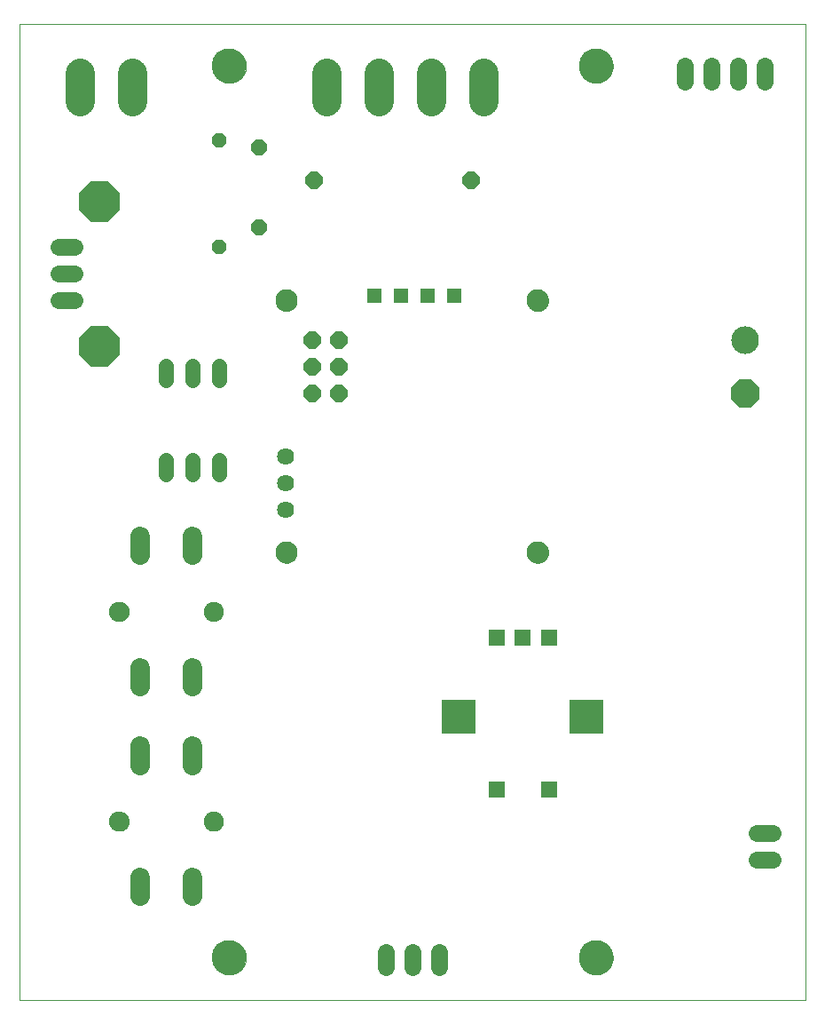
<source format=gbs>
G75*
%MOIN*%
%OFA0B0*%
%FSLAX25Y25*%
%IPPOS*%
%LPD*%
%AMOC8*
5,1,8,0,0,1.08239X$1,22.5*
%
%ADD10C,0.00000*%
%ADD11OC8,0.06400*%
%ADD12OC8,0.06000*%
%ADD13C,0.10400*%
%ADD14OC8,0.10400*%
%ADD15C,0.06337*%
%ADD16C,0.05600*%
%ADD17OC8,0.05600*%
%ADD18R,0.06337X0.06337*%
%ADD19R,0.13061X0.13061*%
%ADD20C,0.06400*%
%ADD21C,0.12998*%
%ADD22R,0.05550X0.05550*%
%ADD23C,0.08274*%
%ADD24C,0.07450*%
%ADD25C,0.07500*%
%ADD26C,0.06400*%
%ADD27C,0.11030*%
%ADD28OC8,0.15400*%
D10*
X0001600Y0001600D02*
X0001600Y0367742D01*
X0296876Y0367742D01*
X0296876Y0001600D01*
X0001600Y0001600D01*
X0035468Y0068529D02*
X0035470Y0068648D01*
X0035476Y0068766D01*
X0035486Y0068884D01*
X0035500Y0069002D01*
X0035517Y0069119D01*
X0035539Y0069236D01*
X0035565Y0069352D01*
X0035594Y0069467D01*
X0035627Y0069581D01*
X0035664Y0069693D01*
X0035705Y0069805D01*
X0035750Y0069915D01*
X0035798Y0070023D01*
X0035850Y0070130D01*
X0035905Y0070235D01*
X0035964Y0070338D01*
X0036026Y0070439D01*
X0036091Y0070538D01*
X0036160Y0070635D01*
X0036232Y0070729D01*
X0036307Y0070821D01*
X0036385Y0070910D01*
X0036466Y0070997D01*
X0036550Y0071081D01*
X0036637Y0071162D01*
X0036726Y0071240D01*
X0036818Y0071315D01*
X0036912Y0071387D01*
X0037009Y0071456D01*
X0037108Y0071521D01*
X0037209Y0071583D01*
X0037312Y0071642D01*
X0037417Y0071697D01*
X0037524Y0071749D01*
X0037632Y0071797D01*
X0037742Y0071842D01*
X0037854Y0071883D01*
X0037966Y0071920D01*
X0038080Y0071953D01*
X0038195Y0071982D01*
X0038311Y0072008D01*
X0038428Y0072030D01*
X0038545Y0072047D01*
X0038663Y0072061D01*
X0038781Y0072071D01*
X0038899Y0072077D01*
X0039018Y0072079D01*
X0039137Y0072077D01*
X0039255Y0072071D01*
X0039373Y0072061D01*
X0039491Y0072047D01*
X0039608Y0072030D01*
X0039725Y0072008D01*
X0039841Y0071982D01*
X0039956Y0071953D01*
X0040070Y0071920D01*
X0040182Y0071883D01*
X0040294Y0071842D01*
X0040404Y0071797D01*
X0040512Y0071749D01*
X0040619Y0071697D01*
X0040724Y0071642D01*
X0040827Y0071583D01*
X0040928Y0071521D01*
X0041027Y0071456D01*
X0041124Y0071387D01*
X0041218Y0071315D01*
X0041310Y0071240D01*
X0041399Y0071162D01*
X0041486Y0071081D01*
X0041570Y0070997D01*
X0041651Y0070910D01*
X0041729Y0070821D01*
X0041804Y0070729D01*
X0041876Y0070635D01*
X0041945Y0070538D01*
X0042010Y0070439D01*
X0042072Y0070338D01*
X0042131Y0070235D01*
X0042186Y0070130D01*
X0042238Y0070023D01*
X0042286Y0069915D01*
X0042331Y0069805D01*
X0042372Y0069693D01*
X0042409Y0069581D01*
X0042442Y0069467D01*
X0042471Y0069352D01*
X0042497Y0069236D01*
X0042519Y0069119D01*
X0042536Y0069002D01*
X0042550Y0068884D01*
X0042560Y0068766D01*
X0042566Y0068648D01*
X0042568Y0068529D01*
X0042566Y0068410D01*
X0042560Y0068292D01*
X0042550Y0068174D01*
X0042536Y0068056D01*
X0042519Y0067939D01*
X0042497Y0067822D01*
X0042471Y0067706D01*
X0042442Y0067591D01*
X0042409Y0067477D01*
X0042372Y0067365D01*
X0042331Y0067253D01*
X0042286Y0067143D01*
X0042238Y0067035D01*
X0042186Y0066928D01*
X0042131Y0066823D01*
X0042072Y0066720D01*
X0042010Y0066619D01*
X0041945Y0066520D01*
X0041876Y0066423D01*
X0041804Y0066329D01*
X0041729Y0066237D01*
X0041651Y0066148D01*
X0041570Y0066061D01*
X0041486Y0065977D01*
X0041399Y0065896D01*
X0041310Y0065818D01*
X0041218Y0065743D01*
X0041124Y0065671D01*
X0041027Y0065602D01*
X0040928Y0065537D01*
X0040827Y0065475D01*
X0040724Y0065416D01*
X0040619Y0065361D01*
X0040512Y0065309D01*
X0040404Y0065261D01*
X0040294Y0065216D01*
X0040182Y0065175D01*
X0040070Y0065138D01*
X0039956Y0065105D01*
X0039841Y0065076D01*
X0039725Y0065050D01*
X0039608Y0065028D01*
X0039491Y0065011D01*
X0039373Y0064997D01*
X0039255Y0064987D01*
X0039137Y0064981D01*
X0039018Y0064979D01*
X0038899Y0064981D01*
X0038781Y0064987D01*
X0038663Y0064997D01*
X0038545Y0065011D01*
X0038428Y0065028D01*
X0038311Y0065050D01*
X0038195Y0065076D01*
X0038080Y0065105D01*
X0037966Y0065138D01*
X0037854Y0065175D01*
X0037742Y0065216D01*
X0037632Y0065261D01*
X0037524Y0065309D01*
X0037417Y0065361D01*
X0037312Y0065416D01*
X0037209Y0065475D01*
X0037108Y0065537D01*
X0037009Y0065602D01*
X0036912Y0065671D01*
X0036818Y0065743D01*
X0036726Y0065818D01*
X0036637Y0065896D01*
X0036550Y0065977D01*
X0036466Y0066061D01*
X0036385Y0066148D01*
X0036307Y0066237D01*
X0036232Y0066329D01*
X0036160Y0066423D01*
X0036091Y0066520D01*
X0036026Y0066619D01*
X0035964Y0066720D01*
X0035905Y0066823D01*
X0035850Y0066928D01*
X0035798Y0067035D01*
X0035750Y0067143D01*
X0035705Y0067253D01*
X0035664Y0067365D01*
X0035627Y0067477D01*
X0035594Y0067591D01*
X0035565Y0067706D01*
X0035539Y0067822D01*
X0035517Y0067939D01*
X0035500Y0068056D01*
X0035486Y0068174D01*
X0035476Y0068292D01*
X0035470Y0068410D01*
X0035468Y0068529D01*
X0070868Y0068529D02*
X0070870Y0068648D01*
X0070876Y0068766D01*
X0070886Y0068884D01*
X0070900Y0069002D01*
X0070917Y0069119D01*
X0070939Y0069236D01*
X0070965Y0069352D01*
X0070994Y0069467D01*
X0071027Y0069581D01*
X0071064Y0069693D01*
X0071105Y0069805D01*
X0071150Y0069915D01*
X0071198Y0070023D01*
X0071250Y0070130D01*
X0071305Y0070235D01*
X0071364Y0070338D01*
X0071426Y0070439D01*
X0071491Y0070538D01*
X0071560Y0070635D01*
X0071632Y0070729D01*
X0071707Y0070821D01*
X0071785Y0070910D01*
X0071866Y0070997D01*
X0071950Y0071081D01*
X0072037Y0071162D01*
X0072126Y0071240D01*
X0072218Y0071315D01*
X0072312Y0071387D01*
X0072409Y0071456D01*
X0072508Y0071521D01*
X0072609Y0071583D01*
X0072712Y0071642D01*
X0072817Y0071697D01*
X0072924Y0071749D01*
X0073032Y0071797D01*
X0073142Y0071842D01*
X0073254Y0071883D01*
X0073366Y0071920D01*
X0073480Y0071953D01*
X0073595Y0071982D01*
X0073711Y0072008D01*
X0073828Y0072030D01*
X0073945Y0072047D01*
X0074063Y0072061D01*
X0074181Y0072071D01*
X0074299Y0072077D01*
X0074418Y0072079D01*
X0074537Y0072077D01*
X0074655Y0072071D01*
X0074773Y0072061D01*
X0074891Y0072047D01*
X0075008Y0072030D01*
X0075125Y0072008D01*
X0075241Y0071982D01*
X0075356Y0071953D01*
X0075470Y0071920D01*
X0075582Y0071883D01*
X0075694Y0071842D01*
X0075804Y0071797D01*
X0075912Y0071749D01*
X0076019Y0071697D01*
X0076124Y0071642D01*
X0076227Y0071583D01*
X0076328Y0071521D01*
X0076427Y0071456D01*
X0076524Y0071387D01*
X0076618Y0071315D01*
X0076710Y0071240D01*
X0076799Y0071162D01*
X0076886Y0071081D01*
X0076970Y0070997D01*
X0077051Y0070910D01*
X0077129Y0070821D01*
X0077204Y0070729D01*
X0077276Y0070635D01*
X0077345Y0070538D01*
X0077410Y0070439D01*
X0077472Y0070338D01*
X0077531Y0070235D01*
X0077586Y0070130D01*
X0077638Y0070023D01*
X0077686Y0069915D01*
X0077731Y0069805D01*
X0077772Y0069693D01*
X0077809Y0069581D01*
X0077842Y0069467D01*
X0077871Y0069352D01*
X0077897Y0069236D01*
X0077919Y0069119D01*
X0077936Y0069002D01*
X0077950Y0068884D01*
X0077960Y0068766D01*
X0077966Y0068648D01*
X0077968Y0068529D01*
X0077966Y0068410D01*
X0077960Y0068292D01*
X0077950Y0068174D01*
X0077936Y0068056D01*
X0077919Y0067939D01*
X0077897Y0067822D01*
X0077871Y0067706D01*
X0077842Y0067591D01*
X0077809Y0067477D01*
X0077772Y0067365D01*
X0077731Y0067253D01*
X0077686Y0067143D01*
X0077638Y0067035D01*
X0077586Y0066928D01*
X0077531Y0066823D01*
X0077472Y0066720D01*
X0077410Y0066619D01*
X0077345Y0066520D01*
X0077276Y0066423D01*
X0077204Y0066329D01*
X0077129Y0066237D01*
X0077051Y0066148D01*
X0076970Y0066061D01*
X0076886Y0065977D01*
X0076799Y0065896D01*
X0076710Y0065818D01*
X0076618Y0065743D01*
X0076524Y0065671D01*
X0076427Y0065602D01*
X0076328Y0065537D01*
X0076227Y0065475D01*
X0076124Y0065416D01*
X0076019Y0065361D01*
X0075912Y0065309D01*
X0075804Y0065261D01*
X0075694Y0065216D01*
X0075582Y0065175D01*
X0075470Y0065138D01*
X0075356Y0065105D01*
X0075241Y0065076D01*
X0075125Y0065050D01*
X0075008Y0065028D01*
X0074891Y0065011D01*
X0074773Y0064997D01*
X0074655Y0064987D01*
X0074537Y0064981D01*
X0074418Y0064979D01*
X0074299Y0064981D01*
X0074181Y0064987D01*
X0074063Y0064997D01*
X0073945Y0065011D01*
X0073828Y0065028D01*
X0073711Y0065050D01*
X0073595Y0065076D01*
X0073480Y0065105D01*
X0073366Y0065138D01*
X0073254Y0065175D01*
X0073142Y0065216D01*
X0073032Y0065261D01*
X0072924Y0065309D01*
X0072817Y0065361D01*
X0072712Y0065416D01*
X0072609Y0065475D01*
X0072508Y0065537D01*
X0072409Y0065602D01*
X0072312Y0065671D01*
X0072218Y0065743D01*
X0072126Y0065818D01*
X0072037Y0065896D01*
X0071950Y0065977D01*
X0071866Y0066061D01*
X0071785Y0066148D01*
X0071707Y0066237D01*
X0071632Y0066329D01*
X0071560Y0066423D01*
X0071491Y0066520D01*
X0071426Y0066619D01*
X0071364Y0066720D01*
X0071305Y0066823D01*
X0071250Y0066928D01*
X0071198Y0067035D01*
X0071150Y0067143D01*
X0071105Y0067253D01*
X0071064Y0067365D01*
X0071027Y0067477D01*
X0070994Y0067591D01*
X0070965Y0067706D01*
X0070939Y0067822D01*
X0070917Y0067939D01*
X0070900Y0068056D01*
X0070886Y0068174D01*
X0070876Y0068292D01*
X0070870Y0068410D01*
X0070868Y0068529D01*
X0074041Y0017348D02*
X0074043Y0017506D01*
X0074049Y0017664D01*
X0074059Y0017822D01*
X0074073Y0017980D01*
X0074091Y0018137D01*
X0074112Y0018294D01*
X0074138Y0018450D01*
X0074168Y0018606D01*
X0074201Y0018761D01*
X0074239Y0018914D01*
X0074280Y0019067D01*
X0074325Y0019219D01*
X0074374Y0019370D01*
X0074427Y0019519D01*
X0074483Y0019667D01*
X0074543Y0019813D01*
X0074607Y0019958D01*
X0074675Y0020101D01*
X0074746Y0020243D01*
X0074820Y0020383D01*
X0074898Y0020520D01*
X0074980Y0020656D01*
X0075064Y0020790D01*
X0075153Y0020921D01*
X0075244Y0021050D01*
X0075339Y0021177D01*
X0075436Y0021302D01*
X0075537Y0021424D01*
X0075641Y0021543D01*
X0075748Y0021660D01*
X0075858Y0021774D01*
X0075971Y0021885D01*
X0076086Y0021994D01*
X0076204Y0022099D01*
X0076325Y0022201D01*
X0076448Y0022301D01*
X0076574Y0022397D01*
X0076702Y0022490D01*
X0076832Y0022580D01*
X0076965Y0022666D01*
X0077100Y0022750D01*
X0077236Y0022829D01*
X0077375Y0022906D01*
X0077516Y0022978D01*
X0077658Y0023048D01*
X0077802Y0023113D01*
X0077948Y0023175D01*
X0078095Y0023233D01*
X0078244Y0023288D01*
X0078394Y0023339D01*
X0078545Y0023386D01*
X0078697Y0023429D01*
X0078850Y0023468D01*
X0079005Y0023504D01*
X0079160Y0023535D01*
X0079316Y0023563D01*
X0079472Y0023587D01*
X0079629Y0023607D01*
X0079787Y0023623D01*
X0079944Y0023635D01*
X0080103Y0023643D01*
X0080261Y0023647D01*
X0080419Y0023647D01*
X0080577Y0023643D01*
X0080736Y0023635D01*
X0080893Y0023623D01*
X0081051Y0023607D01*
X0081208Y0023587D01*
X0081364Y0023563D01*
X0081520Y0023535D01*
X0081675Y0023504D01*
X0081830Y0023468D01*
X0081983Y0023429D01*
X0082135Y0023386D01*
X0082286Y0023339D01*
X0082436Y0023288D01*
X0082585Y0023233D01*
X0082732Y0023175D01*
X0082878Y0023113D01*
X0083022Y0023048D01*
X0083164Y0022978D01*
X0083305Y0022906D01*
X0083444Y0022829D01*
X0083580Y0022750D01*
X0083715Y0022666D01*
X0083848Y0022580D01*
X0083978Y0022490D01*
X0084106Y0022397D01*
X0084232Y0022301D01*
X0084355Y0022201D01*
X0084476Y0022099D01*
X0084594Y0021994D01*
X0084709Y0021885D01*
X0084822Y0021774D01*
X0084932Y0021660D01*
X0085039Y0021543D01*
X0085143Y0021424D01*
X0085244Y0021302D01*
X0085341Y0021177D01*
X0085436Y0021050D01*
X0085527Y0020921D01*
X0085616Y0020790D01*
X0085700Y0020656D01*
X0085782Y0020520D01*
X0085860Y0020383D01*
X0085934Y0020243D01*
X0086005Y0020101D01*
X0086073Y0019958D01*
X0086137Y0019813D01*
X0086197Y0019667D01*
X0086253Y0019519D01*
X0086306Y0019370D01*
X0086355Y0019219D01*
X0086400Y0019067D01*
X0086441Y0018914D01*
X0086479Y0018761D01*
X0086512Y0018606D01*
X0086542Y0018450D01*
X0086568Y0018294D01*
X0086589Y0018137D01*
X0086607Y0017980D01*
X0086621Y0017822D01*
X0086631Y0017664D01*
X0086637Y0017506D01*
X0086639Y0017348D01*
X0086637Y0017190D01*
X0086631Y0017032D01*
X0086621Y0016874D01*
X0086607Y0016716D01*
X0086589Y0016559D01*
X0086568Y0016402D01*
X0086542Y0016246D01*
X0086512Y0016090D01*
X0086479Y0015935D01*
X0086441Y0015782D01*
X0086400Y0015629D01*
X0086355Y0015477D01*
X0086306Y0015326D01*
X0086253Y0015177D01*
X0086197Y0015029D01*
X0086137Y0014883D01*
X0086073Y0014738D01*
X0086005Y0014595D01*
X0085934Y0014453D01*
X0085860Y0014313D01*
X0085782Y0014176D01*
X0085700Y0014040D01*
X0085616Y0013906D01*
X0085527Y0013775D01*
X0085436Y0013646D01*
X0085341Y0013519D01*
X0085244Y0013394D01*
X0085143Y0013272D01*
X0085039Y0013153D01*
X0084932Y0013036D01*
X0084822Y0012922D01*
X0084709Y0012811D01*
X0084594Y0012702D01*
X0084476Y0012597D01*
X0084355Y0012495D01*
X0084232Y0012395D01*
X0084106Y0012299D01*
X0083978Y0012206D01*
X0083848Y0012116D01*
X0083715Y0012030D01*
X0083580Y0011946D01*
X0083444Y0011867D01*
X0083305Y0011790D01*
X0083164Y0011718D01*
X0083022Y0011648D01*
X0082878Y0011583D01*
X0082732Y0011521D01*
X0082585Y0011463D01*
X0082436Y0011408D01*
X0082286Y0011357D01*
X0082135Y0011310D01*
X0081983Y0011267D01*
X0081830Y0011228D01*
X0081675Y0011192D01*
X0081520Y0011161D01*
X0081364Y0011133D01*
X0081208Y0011109D01*
X0081051Y0011089D01*
X0080893Y0011073D01*
X0080736Y0011061D01*
X0080577Y0011053D01*
X0080419Y0011049D01*
X0080261Y0011049D01*
X0080103Y0011053D01*
X0079944Y0011061D01*
X0079787Y0011073D01*
X0079629Y0011089D01*
X0079472Y0011109D01*
X0079316Y0011133D01*
X0079160Y0011161D01*
X0079005Y0011192D01*
X0078850Y0011228D01*
X0078697Y0011267D01*
X0078545Y0011310D01*
X0078394Y0011357D01*
X0078244Y0011408D01*
X0078095Y0011463D01*
X0077948Y0011521D01*
X0077802Y0011583D01*
X0077658Y0011648D01*
X0077516Y0011718D01*
X0077375Y0011790D01*
X0077236Y0011867D01*
X0077100Y0011946D01*
X0076965Y0012030D01*
X0076832Y0012116D01*
X0076702Y0012206D01*
X0076574Y0012299D01*
X0076448Y0012395D01*
X0076325Y0012495D01*
X0076204Y0012597D01*
X0076086Y0012702D01*
X0075971Y0012811D01*
X0075858Y0012922D01*
X0075748Y0013036D01*
X0075641Y0013153D01*
X0075537Y0013272D01*
X0075436Y0013394D01*
X0075339Y0013519D01*
X0075244Y0013646D01*
X0075153Y0013775D01*
X0075064Y0013906D01*
X0074980Y0014040D01*
X0074898Y0014176D01*
X0074820Y0014313D01*
X0074746Y0014453D01*
X0074675Y0014595D01*
X0074607Y0014738D01*
X0074543Y0014883D01*
X0074483Y0015029D01*
X0074427Y0015177D01*
X0074374Y0015326D01*
X0074325Y0015477D01*
X0074280Y0015629D01*
X0074239Y0015782D01*
X0074201Y0015935D01*
X0074168Y0016090D01*
X0074138Y0016246D01*
X0074112Y0016402D01*
X0074091Y0016559D01*
X0074073Y0016716D01*
X0074059Y0016874D01*
X0074049Y0017032D01*
X0074043Y0017190D01*
X0074041Y0017348D01*
X0070868Y0147269D02*
X0070870Y0147388D01*
X0070876Y0147506D01*
X0070886Y0147624D01*
X0070900Y0147742D01*
X0070917Y0147859D01*
X0070939Y0147976D01*
X0070965Y0148092D01*
X0070994Y0148207D01*
X0071027Y0148321D01*
X0071064Y0148433D01*
X0071105Y0148545D01*
X0071150Y0148655D01*
X0071198Y0148763D01*
X0071250Y0148870D01*
X0071305Y0148975D01*
X0071364Y0149078D01*
X0071426Y0149179D01*
X0071491Y0149278D01*
X0071560Y0149375D01*
X0071632Y0149469D01*
X0071707Y0149561D01*
X0071785Y0149650D01*
X0071866Y0149737D01*
X0071950Y0149821D01*
X0072037Y0149902D01*
X0072126Y0149980D01*
X0072218Y0150055D01*
X0072312Y0150127D01*
X0072409Y0150196D01*
X0072508Y0150261D01*
X0072609Y0150323D01*
X0072712Y0150382D01*
X0072817Y0150437D01*
X0072924Y0150489D01*
X0073032Y0150537D01*
X0073142Y0150582D01*
X0073254Y0150623D01*
X0073366Y0150660D01*
X0073480Y0150693D01*
X0073595Y0150722D01*
X0073711Y0150748D01*
X0073828Y0150770D01*
X0073945Y0150787D01*
X0074063Y0150801D01*
X0074181Y0150811D01*
X0074299Y0150817D01*
X0074418Y0150819D01*
X0074537Y0150817D01*
X0074655Y0150811D01*
X0074773Y0150801D01*
X0074891Y0150787D01*
X0075008Y0150770D01*
X0075125Y0150748D01*
X0075241Y0150722D01*
X0075356Y0150693D01*
X0075470Y0150660D01*
X0075582Y0150623D01*
X0075694Y0150582D01*
X0075804Y0150537D01*
X0075912Y0150489D01*
X0076019Y0150437D01*
X0076124Y0150382D01*
X0076227Y0150323D01*
X0076328Y0150261D01*
X0076427Y0150196D01*
X0076524Y0150127D01*
X0076618Y0150055D01*
X0076710Y0149980D01*
X0076799Y0149902D01*
X0076886Y0149821D01*
X0076970Y0149737D01*
X0077051Y0149650D01*
X0077129Y0149561D01*
X0077204Y0149469D01*
X0077276Y0149375D01*
X0077345Y0149278D01*
X0077410Y0149179D01*
X0077472Y0149078D01*
X0077531Y0148975D01*
X0077586Y0148870D01*
X0077638Y0148763D01*
X0077686Y0148655D01*
X0077731Y0148545D01*
X0077772Y0148433D01*
X0077809Y0148321D01*
X0077842Y0148207D01*
X0077871Y0148092D01*
X0077897Y0147976D01*
X0077919Y0147859D01*
X0077936Y0147742D01*
X0077950Y0147624D01*
X0077960Y0147506D01*
X0077966Y0147388D01*
X0077968Y0147269D01*
X0077966Y0147150D01*
X0077960Y0147032D01*
X0077950Y0146914D01*
X0077936Y0146796D01*
X0077919Y0146679D01*
X0077897Y0146562D01*
X0077871Y0146446D01*
X0077842Y0146331D01*
X0077809Y0146217D01*
X0077772Y0146105D01*
X0077731Y0145993D01*
X0077686Y0145883D01*
X0077638Y0145775D01*
X0077586Y0145668D01*
X0077531Y0145563D01*
X0077472Y0145460D01*
X0077410Y0145359D01*
X0077345Y0145260D01*
X0077276Y0145163D01*
X0077204Y0145069D01*
X0077129Y0144977D01*
X0077051Y0144888D01*
X0076970Y0144801D01*
X0076886Y0144717D01*
X0076799Y0144636D01*
X0076710Y0144558D01*
X0076618Y0144483D01*
X0076524Y0144411D01*
X0076427Y0144342D01*
X0076328Y0144277D01*
X0076227Y0144215D01*
X0076124Y0144156D01*
X0076019Y0144101D01*
X0075912Y0144049D01*
X0075804Y0144001D01*
X0075694Y0143956D01*
X0075582Y0143915D01*
X0075470Y0143878D01*
X0075356Y0143845D01*
X0075241Y0143816D01*
X0075125Y0143790D01*
X0075008Y0143768D01*
X0074891Y0143751D01*
X0074773Y0143737D01*
X0074655Y0143727D01*
X0074537Y0143721D01*
X0074418Y0143719D01*
X0074299Y0143721D01*
X0074181Y0143727D01*
X0074063Y0143737D01*
X0073945Y0143751D01*
X0073828Y0143768D01*
X0073711Y0143790D01*
X0073595Y0143816D01*
X0073480Y0143845D01*
X0073366Y0143878D01*
X0073254Y0143915D01*
X0073142Y0143956D01*
X0073032Y0144001D01*
X0072924Y0144049D01*
X0072817Y0144101D01*
X0072712Y0144156D01*
X0072609Y0144215D01*
X0072508Y0144277D01*
X0072409Y0144342D01*
X0072312Y0144411D01*
X0072218Y0144483D01*
X0072126Y0144558D01*
X0072037Y0144636D01*
X0071950Y0144717D01*
X0071866Y0144801D01*
X0071785Y0144888D01*
X0071707Y0144977D01*
X0071632Y0145069D01*
X0071560Y0145163D01*
X0071491Y0145260D01*
X0071426Y0145359D01*
X0071364Y0145460D01*
X0071305Y0145563D01*
X0071250Y0145668D01*
X0071198Y0145775D01*
X0071150Y0145883D01*
X0071105Y0145993D01*
X0071064Y0146105D01*
X0071027Y0146217D01*
X0070994Y0146331D01*
X0070965Y0146446D01*
X0070939Y0146562D01*
X0070917Y0146679D01*
X0070900Y0146796D01*
X0070886Y0146914D01*
X0070876Y0147032D01*
X0070870Y0147150D01*
X0070868Y0147269D01*
X0035468Y0147269D02*
X0035470Y0147388D01*
X0035476Y0147506D01*
X0035486Y0147624D01*
X0035500Y0147742D01*
X0035517Y0147859D01*
X0035539Y0147976D01*
X0035565Y0148092D01*
X0035594Y0148207D01*
X0035627Y0148321D01*
X0035664Y0148433D01*
X0035705Y0148545D01*
X0035750Y0148655D01*
X0035798Y0148763D01*
X0035850Y0148870D01*
X0035905Y0148975D01*
X0035964Y0149078D01*
X0036026Y0149179D01*
X0036091Y0149278D01*
X0036160Y0149375D01*
X0036232Y0149469D01*
X0036307Y0149561D01*
X0036385Y0149650D01*
X0036466Y0149737D01*
X0036550Y0149821D01*
X0036637Y0149902D01*
X0036726Y0149980D01*
X0036818Y0150055D01*
X0036912Y0150127D01*
X0037009Y0150196D01*
X0037108Y0150261D01*
X0037209Y0150323D01*
X0037312Y0150382D01*
X0037417Y0150437D01*
X0037524Y0150489D01*
X0037632Y0150537D01*
X0037742Y0150582D01*
X0037854Y0150623D01*
X0037966Y0150660D01*
X0038080Y0150693D01*
X0038195Y0150722D01*
X0038311Y0150748D01*
X0038428Y0150770D01*
X0038545Y0150787D01*
X0038663Y0150801D01*
X0038781Y0150811D01*
X0038899Y0150817D01*
X0039018Y0150819D01*
X0039137Y0150817D01*
X0039255Y0150811D01*
X0039373Y0150801D01*
X0039491Y0150787D01*
X0039608Y0150770D01*
X0039725Y0150748D01*
X0039841Y0150722D01*
X0039956Y0150693D01*
X0040070Y0150660D01*
X0040182Y0150623D01*
X0040294Y0150582D01*
X0040404Y0150537D01*
X0040512Y0150489D01*
X0040619Y0150437D01*
X0040724Y0150382D01*
X0040827Y0150323D01*
X0040928Y0150261D01*
X0041027Y0150196D01*
X0041124Y0150127D01*
X0041218Y0150055D01*
X0041310Y0149980D01*
X0041399Y0149902D01*
X0041486Y0149821D01*
X0041570Y0149737D01*
X0041651Y0149650D01*
X0041729Y0149561D01*
X0041804Y0149469D01*
X0041876Y0149375D01*
X0041945Y0149278D01*
X0042010Y0149179D01*
X0042072Y0149078D01*
X0042131Y0148975D01*
X0042186Y0148870D01*
X0042238Y0148763D01*
X0042286Y0148655D01*
X0042331Y0148545D01*
X0042372Y0148433D01*
X0042409Y0148321D01*
X0042442Y0148207D01*
X0042471Y0148092D01*
X0042497Y0147976D01*
X0042519Y0147859D01*
X0042536Y0147742D01*
X0042550Y0147624D01*
X0042560Y0147506D01*
X0042566Y0147388D01*
X0042568Y0147269D01*
X0042566Y0147150D01*
X0042560Y0147032D01*
X0042550Y0146914D01*
X0042536Y0146796D01*
X0042519Y0146679D01*
X0042497Y0146562D01*
X0042471Y0146446D01*
X0042442Y0146331D01*
X0042409Y0146217D01*
X0042372Y0146105D01*
X0042331Y0145993D01*
X0042286Y0145883D01*
X0042238Y0145775D01*
X0042186Y0145668D01*
X0042131Y0145563D01*
X0042072Y0145460D01*
X0042010Y0145359D01*
X0041945Y0145260D01*
X0041876Y0145163D01*
X0041804Y0145069D01*
X0041729Y0144977D01*
X0041651Y0144888D01*
X0041570Y0144801D01*
X0041486Y0144717D01*
X0041399Y0144636D01*
X0041310Y0144558D01*
X0041218Y0144483D01*
X0041124Y0144411D01*
X0041027Y0144342D01*
X0040928Y0144277D01*
X0040827Y0144215D01*
X0040724Y0144156D01*
X0040619Y0144101D01*
X0040512Y0144049D01*
X0040404Y0144001D01*
X0040294Y0143956D01*
X0040182Y0143915D01*
X0040070Y0143878D01*
X0039956Y0143845D01*
X0039841Y0143816D01*
X0039725Y0143790D01*
X0039608Y0143768D01*
X0039491Y0143751D01*
X0039373Y0143737D01*
X0039255Y0143727D01*
X0039137Y0143721D01*
X0039018Y0143719D01*
X0038899Y0143721D01*
X0038781Y0143727D01*
X0038663Y0143737D01*
X0038545Y0143751D01*
X0038428Y0143768D01*
X0038311Y0143790D01*
X0038195Y0143816D01*
X0038080Y0143845D01*
X0037966Y0143878D01*
X0037854Y0143915D01*
X0037742Y0143956D01*
X0037632Y0144001D01*
X0037524Y0144049D01*
X0037417Y0144101D01*
X0037312Y0144156D01*
X0037209Y0144215D01*
X0037108Y0144277D01*
X0037009Y0144342D01*
X0036912Y0144411D01*
X0036818Y0144483D01*
X0036726Y0144558D01*
X0036637Y0144636D01*
X0036550Y0144717D01*
X0036466Y0144801D01*
X0036385Y0144888D01*
X0036307Y0144977D01*
X0036232Y0145069D01*
X0036160Y0145163D01*
X0036091Y0145260D01*
X0036026Y0145359D01*
X0035964Y0145460D01*
X0035905Y0145563D01*
X0035850Y0145668D01*
X0035798Y0145775D01*
X0035750Y0145883D01*
X0035705Y0145993D01*
X0035664Y0146105D01*
X0035627Y0146217D01*
X0035594Y0146331D01*
X0035565Y0146446D01*
X0035539Y0146562D01*
X0035517Y0146679D01*
X0035500Y0146796D01*
X0035486Y0146914D01*
X0035476Y0147032D01*
X0035470Y0147150D01*
X0035468Y0147269D01*
X0097801Y0169474D02*
X0097803Y0169599D01*
X0097809Y0169724D01*
X0097819Y0169848D01*
X0097833Y0169972D01*
X0097850Y0170096D01*
X0097872Y0170219D01*
X0097898Y0170341D01*
X0097927Y0170463D01*
X0097960Y0170583D01*
X0097998Y0170702D01*
X0098038Y0170821D01*
X0098083Y0170937D01*
X0098131Y0171052D01*
X0098183Y0171166D01*
X0098239Y0171278D01*
X0098298Y0171388D01*
X0098360Y0171496D01*
X0098426Y0171603D01*
X0098495Y0171707D01*
X0098568Y0171808D01*
X0098643Y0171908D01*
X0098722Y0172005D01*
X0098804Y0172099D01*
X0098889Y0172191D01*
X0098976Y0172280D01*
X0099067Y0172366D01*
X0099160Y0172449D01*
X0099256Y0172530D01*
X0099354Y0172607D01*
X0099454Y0172681D01*
X0099557Y0172752D01*
X0099662Y0172819D01*
X0099770Y0172884D01*
X0099879Y0172944D01*
X0099990Y0173002D01*
X0100103Y0173055D01*
X0100217Y0173105D01*
X0100333Y0173152D01*
X0100450Y0173194D01*
X0100569Y0173233D01*
X0100689Y0173269D01*
X0100810Y0173300D01*
X0100932Y0173328D01*
X0101054Y0173351D01*
X0101178Y0173371D01*
X0101302Y0173387D01*
X0101426Y0173399D01*
X0101551Y0173407D01*
X0101676Y0173411D01*
X0101800Y0173411D01*
X0101925Y0173407D01*
X0102050Y0173399D01*
X0102174Y0173387D01*
X0102298Y0173371D01*
X0102422Y0173351D01*
X0102544Y0173328D01*
X0102666Y0173300D01*
X0102787Y0173269D01*
X0102907Y0173233D01*
X0103026Y0173194D01*
X0103143Y0173152D01*
X0103259Y0173105D01*
X0103373Y0173055D01*
X0103486Y0173002D01*
X0103597Y0172944D01*
X0103707Y0172884D01*
X0103814Y0172819D01*
X0103919Y0172752D01*
X0104022Y0172681D01*
X0104122Y0172607D01*
X0104220Y0172530D01*
X0104316Y0172449D01*
X0104409Y0172366D01*
X0104500Y0172280D01*
X0104587Y0172191D01*
X0104672Y0172099D01*
X0104754Y0172005D01*
X0104833Y0171908D01*
X0104908Y0171808D01*
X0104981Y0171707D01*
X0105050Y0171603D01*
X0105116Y0171496D01*
X0105178Y0171388D01*
X0105237Y0171278D01*
X0105293Y0171166D01*
X0105345Y0171052D01*
X0105393Y0170937D01*
X0105438Y0170821D01*
X0105478Y0170702D01*
X0105516Y0170583D01*
X0105549Y0170463D01*
X0105578Y0170341D01*
X0105604Y0170219D01*
X0105626Y0170096D01*
X0105643Y0169972D01*
X0105657Y0169848D01*
X0105667Y0169724D01*
X0105673Y0169599D01*
X0105675Y0169474D01*
X0105673Y0169349D01*
X0105667Y0169224D01*
X0105657Y0169100D01*
X0105643Y0168976D01*
X0105626Y0168852D01*
X0105604Y0168729D01*
X0105578Y0168607D01*
X0105549Y0168485D01*
X0105516Y0168365D01*
X0105478Y0168246D01*
X0105438Y0168127D01*
X0105393Y0168011D01*
X0105345Y0167896D01*
X0105293Y0167782D01*
X0105237Y0167670D01*
X0105178Y0167560D01*
X0105116Y0167452D01*
X0105050Y0167345D01*
X0104981Y0167241D01*
X0104908Y0167140D01*
X0104833Y0167040D01*
X0104754Y0166943D01*
X0104672Y0166849D01*
X0104587Y0166757D01*
X0104500Y0166668D01*
X0104409Y0166582D01*
X0104316Y0166499D01*
X0104220Y0166418D01*
X0104122Y0166341D01*
X0104022Y0166267D01*
X0103919Y0166196D01*
X0103814Y0166129D01*
X0103706Y0166064D01*
X0103597Y0166004D01*
X0103486Y0165946D01*
X0103373Y0165893D01*
X0103259Y0165843D01*
X0103143Y0165796D01*
X0103026Y0165754D01*
X0102907Y0165715D01*
X0102787Y0165679D01*
X0102666Y0165648D01*
X0102544Y0165620D01*
X0102422Y0165597D01*
X0102298Y0165577D01*
X0102174Y0165561D01*
X0102050Y0165549D01*
X0101925Y0165541D01*
X0101800Y0165537D01*
X0101676Y0165537D01*
X0101551Y0165541D01*
X0101426Y0165549D01*
X0101302Y0165561D01*
X0101178Y0165577D01*
X0101054Y0165597D01*
X0100932Y0165620D01*
X0100810Y0165648D01*
X0100689Y0165679D01*
X0100569Y0165715D01*
X0100450Y0165754D01*
X0100333Y0165796D01*
X0100217Y0165843D01*
X0100103Y0165893D01*
X0099990Y0165946D01*
X0099879Y0166004D01*
X0099769Y0166064D01*
X0099662Y0166129D01*
X0099557Y0166196D01*
X0099454Y0166267D01*
X0099354Y0166341D01*
X0099256Y0166418D01*
X0099160Y0166499D01*
X0099067Y0166582D01*
X0098976Y0166668D01*
X0098889Y0166757D01*
X0098804Y0166849D01*
X0098722Y0166943D01*
X0098643Y0167040D01*
X0098568Y0167140D01*
X0098495Y0167241D01*
X0098426Y0167345D01*
X0098360Y0167452D01*
X0098298Y0167560D01*
X0098239Y0167670D01*
X0098183Y0167782D01*
X0098131Y0167896D01*
X0098083Y0168011D01*
X0098038Y0168127D01*
X0097998Y0168246D01*
X0097960Y0168365D01*
X0097927Y0168485D01*
X0097898Y0168607D01*
X0097872Y0168729D01*
X0097850Y0168852D01*
X0097833Y0168976D01*
X0097819Y0169100D01*
X0097809Y0169224D01*
X0097803Y0169349D01*
X0097801Y0169474D01*
X0097801Y0263962D02*
X0097803Y0264087D01*
X0097809Y0264212D01*
X0097819Y0264336D01*
X0097833Y0264460D01*
X0097850Y0264584D01*
X0097872Y0264707D01*
X0097898Y0264829D01*
X0097927Y0264951D01*
X0097960Y0265071D01*
X0097998Y0265190D01*
X0098038Y0265309D01*
X0098083Y0265425D01*
X0098131Y0265540D01*
X0098183Y0265654D01*
X0098239Y0265766D01*
X0098298Y0265876D01*
X0098360Y0265984D01*
X0098426Y0266091D01*
X0098495Y0266195D01*
X0098568Y0266296D01*
X0098643Y0266396D01*
X0098722Y0266493D01*
X0098804Y0266587D01*
X0098889Y0266679D01*
X0098976Y0266768D01*
X0099067Y0266854D01*
X0099160Y0266937D01*
X0099256Y0267018D01*
X0099354Y0267095D01*
X0099454Y0267169D01*
X0099557Y0267240D01*
X0099662Y0267307D01*
X0099770Y0267372D01*
X0099879Y0267432D01*
X0099990Y0267490D01*
X0100103Y0267543D01*
X0100217Y0267593D01*
X0100333Y0267640D01*
X0100450Y0267682D01*
X0100569Y0267721D01*
X0100689Y0267757D01*
X0100810Y0267788D01*
X0100932Y0267816D01*
X0101054Y0267839D01*
X0101178Y0267859D01*
X0101302Y0267875D01*
X0101426Y0267887D01*
X0101551Y0267895D01*
X0101676Y0267899D01*
X0101800Y0267899D01*
X0101925Y0267895D01*
X0102050Y0267887D01*
X0102174Y0267875D01*
X0102298Y0267859D01*
X0102422Y0267839D01*
X0102544Y0267816D01*
X0102666Y0267788D01*
X0102787Y0267757D01*
X0102907Y0267721D01*
X0103026Y0267682D01*
X0103143Y0267640D01*
X0103259Y0267593D01*
X0103373Y0267543D01*
X0103486Y0267490D01*
X0103597Y0267432D01*
X0103707Y0267372D01*
X0103814Y0267307D01*
X0103919Y0267240D01*
X0104022Y0267169D01*
X0104122Y0267095D01*
X0104220Y0267018D01*
X0104316Y0266937D01*
X0104409Y0266854D01*
X0104500Y0266768D01*
X0104587Y0266679D01*
X0104672Y0266587D01*
X0104754Y0266493D01*
X0104833Y0266396D01*
X0104908Y0266296D01*
X0104981Y0266195D01*
X0105050Y0266091D01*
X0105116Y0265984D01*
X0105178Y0265876D01*
X0105237Y0265766D01*
X0105293Y0265654D01*
X0105345Y0265540D01*
X0105393Y0265425D01*
X0105438Y0265309D01*
X0105478Y0265190D01*
X0105516Y0265071D01*
X0105549Y0264951D01*
X0105578Y0264829D01*
X0105604Y0264707D01*
X0105626Y0264584D01*
X0105643Y0264460D01*
X0105657Y0264336D01*
X0105667Y0264212D01*
X0105673Y0264087D01*
X0105675Y0263962D01*
X0105673Y0263837D01*
X0105667Y0263712D01*
X0105657Y0263588D01*
X0105643Y0263464D01*
X0105626Y0263340D01*
X0105604Y0263217D01*
X0105578Y0263095D01*
X0105549Y0262973D01*
X0105516Y0262853D01*
X0105478Y0262734D01*
X0105438Y0262615D01*
X0105393Y0262499D01*
X0105345Y0262384D01*
X0105293Y0262270D01*
X0105237Y0262158D01*
X0105178Y0262048D01*
X0105116Y0261940D01*
X0105050Y0261833D01*
X0104981Y0261729D01*
X0104908Y0261628D01*
X0104833Y0261528D01*
X0104754Y0261431D01*
X0104672Y0261337D01*
X0104587Y0261245D01*
X0104500Y0261156D01*
X0104409Y0261070D01*
X0104316Y0260987D01*
X0104220Y0260906D01*
X0104122Y0260829D01*
X0104022Y0260755D01*
X0103919Y0260684D01*
X0103814Y0260617D01*
X0103706Y0260552D01*
X0103597Y0260492D01*
X0103486Y0260434D01*
X0103373Y0260381D01*
X0103259Y0260331D01*
X0103143Y0260284D01*
X0103026Y0260242D01*
X0102907Y0260203D01*
X0102787Y0260167D01*
X0102666Y0260136D01*
X0102544Y0260108D01*
X0102422Y0260085D01*
X0102298Y0260065D01*
X0102174Y0260049D01*
X0102050Y0260037D01*
X0101925Y0260029D01*
X0101800Y0260025D01*
X0101676Y0260025D01*
X0101551Y0260029D01*
X0101426Y0260037D01*
X0101302Y0260049D01*
X0101178Y0260065D01*
X0101054Y0260085D01*
X0100932Y0260108D01*
X0100810Y0260136D01*
X0100689Y0260167D01*
X0100569Y0260203D01*
X0100450Y0260242D01*
X0100333Y0260284D01*
X0100217Y0260331D01*
X0100103Y0260381D01*
X0099990Y0260434D01*
X0099879Y0260492D01*
X0099769Y0260552D01*
X0099662Y0260617D01*
X0099557Y0260684D01*
X0099454Y0260755D01*
X0099354Y0260829D01*
X0099256Y0260906D01*
X0099160Y0260987D01*
X0099067Y0261070D01*
X0098976Y0261156D01*
X0098889Y0261245D01*
X0098804Y0261337D01*
X0098722Y0261431D01*
X0098643Y0261528D01*
X0098568Y0261628D01*
X0098495Y0261729D01*
X0098426Y0261833D01*
X0098360Y0261940D01*
X0098298Y0262048D01*
X0098239Y0262158D01*
X0098183Y0262270D01*
X0098131Y0262384D01*
X0098083Y0262499D01*
X0098038Y0262615D01*
X0097998Y0262734D01*
X0097960Y0262853D01*
X0097927Y0262973D01*
X0097898Y0263095D01*
X0097872Y0263217D01*
X0097850Y0263340D01*
X0097833Y0263464D01*
X0097819Y0263588D01*
X0097809Y0263712D01*
X0097803Y0263837D01*
X0097801Y0263962D01*
X0074041Y0351994D02*
X0074043Y0352152D01*
X0074049Y0352310D01*
X0074059Y0352468D01*
X0074073Y0352626D01*
X0074091Y0352783D01*
X0074112Y0352940D01*
X0074138Y0353096D01*
X0074168Y0353252D01*
X0074201Y0353407D01*
X0074239Y0353560D01*
X0074280Y0353713D01*
X0074325Y0353865D01*
X0074374Y0354016D01*
X0074427Y0354165D01*
X0074483Y0354313D01*
X0074543Y0354459D01*
X0074607Y0354604D01*
X0074675Y0354747D01*
X0074746Y0354889D01*
X0074820Y0355029D01*
X0074898Y0355166D01*
X0074980Y0355302D01*
X0075064Y0355436D01*
X0075153Y0355567D01*
X0075244Y0355696D01*
X0075339Y0355823D01*
X0075436Y0355948D01*
X0075537Y0356070D01*
X0075641Y0356189D01*
X0075748Y0356306D01*
X0075858Y0356420D01*
X0075971Y0356531D01*
X0076086Y0356640D01*
X0076204Y0356745D01*
X0076325Y0356847D01*
X0076448Y0356947D01*
X0076574Y0357043D01*
X0076702Y0357136D01*
X0076832Y0357226D01*
X0076965Y0357312D01*
X0077100Y0357396D01*
X0077236Y0357475D01*
X0077375Y0357552D01*
X0077516Y0357624D01*
X0077658Y0357694D01*
X0077802Y0357759D01*
X0077948Y0357821D01*
X0078095Y0357879D01*
X0078244Y0357934D01*
X0078394Y0357985D01*
X0078545Y0358032D01*
X0078697Y0358075D01*
X0078850Y0358114D01*
X0079005Y0358150D01*
X0079160Y0358181D01*
X0079316Y0358209D01*
X0079472Y0358233D01*
X0079629Y0358253D01*
X0079787Y0358269D01*
X0079944Y0358281D01*
X0080103Y0358289D01*
X0080261Y0358293D01*
X0080419Y0358293D01*
X0080577Y0358289D01*
X0080736Y0358281D01*
X0080893Y0358269D01*
X0081051Y0358253D01*
X0081208Y0358233D01*
X0081364Y0358209D01*
X0081520Y0358181D01*
X0081675Y0358150D01*
X0081830Y0358114D01*
X0081983Y0358075D01*
X0082135Y0358032D01*
X0082286Y0357985D01*
X0082436Y0357934D01*
X0082585Y0357879D01*
X0082732Y0357821D01*
X0082878Y0357759D01*
X0083022Y0357694D01*
X0083164Y0357624D01*
X0083305Y0357552D01*
X0083444Y0357475D01*
X0083580Y0357396D01*
X0083715Y0357312D01*
X0083848Y0357226D01*
X0083978Y0357136D01*
X0084106Y0357043D01*
X0084232Y0356947D01*
X0084355Y0356847D01*
X0084476Y0356745D01*
X0084594Y0356640D01*
X0084709Y0356531D01*
X0084822Y0356420D01*
X0084932Y0356306D01*
X0085039Y0356189D01*
X0085143Y0356070D01*
X0085244Y0355948D01*
X0085341Y0355823D01*
X0085436Y0355696D01*
X0085527Y0355567D01*
X0085616Y0355436D01*
X0085700Y0355302D01*
X0085782Y0355166D01*
X0085860Y0355029D01*
X0085934Y0354889D01*
X0086005Y0354747D01*
X0086073Y0354604D01*
X0086137Y0354459D01*
X0086197Y0354313D01*
X0086253Y0354165D01*
X0086306Y0354016D01*
X0086355Y0353865D01*
X0086400Y0353713D01*
X0086441Y0353560D01*
X0086479Y0353407D01*
X0086512Y0353252D01*
X0086542Y0353096D01*
X0086568Y0352940D01*
X0086589Y0352783D01*
X0086607Y0352626D01*
X0086621Y0352468D01*
X0086631Y0352310D01*
X0086637Y0352152D01*
X0086639Y0351994D01*
X0086637Y0351836D01*
X0086631Y0351678D01*
X0086621Y0351520D01*
X0086607Y0351362D01*
X0086589Y0351205D01*
X0086568Y0351048D01*
X0086542Y0350892D01*
X0086512Y0350736D01*
X0086479Y0350581D01*
X0086441Y0350428D01*
X0086400Y0350275D01*
X0086355Y0350123D01*
X0086306Y0349972D01*
X0086253Y0349823D01*
X0086197Y0349675D01*
X0086137Y0349529D01*
X0086073Y0349384D01*
X0086005Y0349241D01*
X0085934Y0349099D01*
X0085860Y0348959D01*
X0085782Y0348822D01*
X0085700Y0348686D01*
X0085616Y0348552D01*
X0085527Y0348421D01*
X0085436Y0348292D01*
X0085341Y0348165D01*
X0085244Y0348040D01*
X0085143Y0347918D01*
X0085039Y0347799D01*
X0084932Y0347682D01*
X0084822Y0347568D01*
X0084709Y0347457D01*
X0084594Y0347348D01*
X0084476Y0347243D01*
X0084355Y0347141D01*
X0084232Y0347041D01*
X0084106Y0346945D01*
X0083978Y0346852D01*
X0083848Y0346762D01*
X0083715Y0346676D01*
X0083580Y0346592D01*
X0083444Y0346513D01*
X0083305Y0346436D01*
X0083164Y0346364D01*
X0083022Y0346294D01*
X0082878Y0346229D01*
X0082732Y0346167D01*
X0082585Y0346109D01*
X0082436Y0346054D01*
X0082286Y0346003D01*
X0082135Y0345956D01*
X0081983Y0345913D01*
X0081830Y0345874D01*
X0081675Y0345838D01*
X0081520Y0345807D01*
X0081364Y0345779D01*
X0081208Y0345755D01*
X0081051Y0345735D01*
X0080893Y0345719D01*
X0080736Y0345707D01*
X0080577Y0345699D01*
X0080419Y0345695D01*
X0080261Y0345695D01*
X0080103Y0345699D01*
X0079944Y0345707D01*
X0079787Y0345719D01*
X0079629Y0345735D01*
X0079472Y0345755D01*
X0079316Y0345779D01*
X0079160Y0345807D01*
X0079005Y0345838D01*
X0078850Y0345874D01*
X0078697Y0345913D01*
X0078545Y0345956D01*
X0078394Y0346003D01*
X0078244Y0346054D01*
X0078095Y0346109D01*
X0077948Y0346167D01*
X0077802Y0346229D01*
X0077658Y0346294D01*
X0077516Y0346364D01*
X0077375Y0346436D01*
X0077236Y0346513D01*
X0077100Y0346592D01*
X0076965Y0346676D01*
X0076832Y0346762D01*
X0076702Y0346852D01*
X0076574Y0346945D01*
X0076448Y0347041D01*
X0076325Y0347141D01*
X0076204Y0347243D01*
X0076086Y0347348D01*
X0075971Y0347457D01*
X0075858Y0347568D01*
X0075748Y0347682D01*
X0075641Y0347799D01*
X0075537Y0347918D01*
X0075436Y0348040D01*
X0075339Y0348165D01*
X0075244Y0348292D01*
X0075153Y0348421D01*
X0075064Y0348552D01*
X0074980Y0348686D01*
X0074898Y0348822D01*
X0074820Y0348959D01*
X0074746Y0349099D01*
X0074675Y0349241D01*
X0074607Y0349384D01*
X0074543Y0349529D01*
X0074483Y0349675D01*
X0074427Y0349823D01*
X0074374Y0349972D01*
X0074325Y0350123D01*
X0074280Y0350275D01*
X0074239Y0350428D01*
X0074201Y0350581D01*
X0074168Y0350736D01*
X0074138Y0350892D01*
X0074112Y0351048D01*
X0074091Y0351205D01*
X0074073Y0351362D01*
X0074059Y0351520D01*
X0074049Y0351678D01*
X0074043Y0351836D01*
X0074041Y0351994D01*
X0192289Y0263962D02*
X0192291Y0264087D01*
X0192297Y0264212D01*
X0192307Y0264336D01*
X0192321Y0264460D01*
X0192338Y0264584D01*
X0192360Y0264707D01*
X0192386Y0264829D01*
X0192415Y0264951D01*
X0192448Y0265071D01*
X0192486Y0265190D01*
X0192526Y0265309D01*
X0192571Y0265425D01*
X0192619Y0265540D01*
X0192671Y0265654D01*
X0192727Y0265766D01*
X0192786Y0265876D01*
X0192848Y0265984D01*
X0192914Y0266091D01*
X0192983Y0266195D01*
X0193056Y0266296D01*
X0193131Y0266396D01*
X0193210Y0266493D01*
X0193292Y0266587D01*
X0193377Y0266679D01*
X0193464Y0266768D01*
X0193555Y0266854D01*
X0193648Y0266937D01*
X0193744Y0267018D01*
X0193842Y0267095D01*
X0193942Y0267169D01*
X0194045Y0267240D01*
X0194150Y0267307D01*
X0194258Y0267372D01*
X0194367Y0267432D01*
X0194478Y0267490D01*
X0194591Y0267543D01*
X0194705Y0267593D01*
X0194821Y0267640D01*
X0194938Y0267682D01*
X0195057Y0267721D01*
X0195177Y0267757D01*
X0195298Y0267788D01*
X0195420Y0267816D01*
X0195542Y0267839D01*
X0195666Y0267859D01*
X0195790Y0267875D01*
X0195914Y0267887D01*
X0196039Y0267895D01*
X0196164Y0267899D01*
X0196288Y0267899D01*
X0196413Y0267895D01*
X0196538Y0267887D01*
X0196662Y0267875D01*
X0196786Y0267859D01*
X0196910Y0267839D01*
X0197032Y0267816D01*
X0197154Y0267788D01*
X0197275Y0267757D01*
X0197395Y0267721D01*
X0197514Y0267682D01*
X0197631Y0267640D01*
X0197747Y0267593D01*
X0197861Y0267543D01*
X0197974Y0267490D01*
X0198085Y0267432D01*
X0198195Y0267372D01*
X0198302Y0267307D01*
X0198407Y0267240D01*
X0198510Y0267169D01*
X0198610Y0267095D01*
X0198708Y0267018D01*
X0198804Y0266937D01*
X0198897Y0266854D01*
X0198988Y0266768D01*
X0199075Y0266679D01*
X0199160Y0266587D01*
X0199242Y0266493D01*
X0199321Y0266396D01*
X0199396Y0266296D01*
X0199469Y0266195D01*
X0199538Y0266091D01*
X0199604Y0265984D01*
X0199666Y0265876D01*
X0199725Y0265766D01*
X0199781Y0265654D01*
X0199833Y0265540D01*
X0199881Y0265425D01*
X0199926Y0265309D01*
X0199966Y0265190D01*
X0200004Y0265071D01*
X0200037Y0264951D01*
X0200066Y0264829D01*
X0200092Y0264707D01*
X0200114Y0264584D01*
X0200131Y0264460D01*
X0200145Y0264336D01*
X0200155Y0264212D01*
X0200161Y0264087D01*
X0200163Y0263962D01*
X0200161Y0263837D01*
X0200155Y0263712D01*
X0200145Y0263588D01*
X0200131Y0263464D01*
X0200114Y0263340D01*
X0200092Y0263217D01*
X0200066Y0263095D01*
X0200037Y0262973D01*
X0200004Y0262853D01*
X0199966Y0262734D01*
X0199926Y0262615D01*
X0199881Y0262499D01*
X0199833Y0262384D01*
X0199781Y0262270D01*
X0199725Y0262158D01*
X0199666Y0262048D01*
X0199604Y0261940D01*
X0199538Y0261833D01*
X0199469Y0261729D01*
X0199396Y0261628D01*
X0199321Y0261528D01*
X0199242Y0261431D01*
X0199160Y0261337D01*
X0199075Y0261245D01*
X0198988Y0261156D01*
X0198897Y0261070D01*
X0198804Y0260987D01*
X0198708Y0260906D01*
X0198610Y0260829D01*
X0198510Y0260755D01*
X0198407Y0260684D01*
X0198302Y0260617D01*
X0198194Y0260552D01*
X0198085Y0260492D01*
X0197974Y0260434D01*
X0197861Y0260381D01*
X0197747Y0260331D01*
X0197631Y0260284D01*
X0197514Y0260242D01*
X0197395Y0260203D01*
X0197275Y0260167D01*
X0197154Y0260136D01*
X0197032Y0260108D01*
X0196910Y0260085D01*
X0196786Y0260065D01*
X0196662Y0260049D01*
X0196538Y0260037D01*
X0196413Y0260029D01*
X0196288Y0260025D01*
X0196164Y0260025D01*
X0196039Y0260029D01*
X0195914Y0260037D01*
X0195790Y0260049D01*
X0195666Y0260065D01*
X0195542Y0260085D01*
X0195420Y0260108D01*
X0195298Y0260136D01*
X0195177Y0260167D01*
X0195057Y0260203D01*
X0194938Y0260242D01*
X0194821Y0260284D01*
X0194705Y0260331D01*
X0194591Y0260381D01*
X0194478Y0260434D01*
X0194367Y0260492D01*
X0194257Y0260552D01*
X0194150Y0260617D01*
X0194045Y0260684D01*
X0193942Y0260755D01*
X0193842Y0260829D01*
X0193744Y0260906D01*
X0193648Y0260987D01*
X0193555Y0261070D01*
X0193464Y0261156D01*
X0193377Y0261245D01*
X0193292Y0261337D01*
X0193210Y0261431D01*
X0193131Y0261528D01*
X0193056Y0261628D01*
X0192983Y0261729D01*
X0192914Y0261833D01*
X0192848Y0261940D01*
X0192786Y0262048D01*
X0192727Y0262158D01*
X0192671Y0262270D01*
X0192619Y0262384D01*
X0192571Y0262499D01*
X0192526Y0262615D01*
X0192486Y0262734D01*
X0192448Y0262853D01*
X0192415Y0262973D01*
X0192386Y0263095D01*
X0192360Y0263217D01*
X0192338Y0263340D01*
X0192321Y0263464D01*
X0192307Y0263588D01*
X0192297Y0263712D01*
X0192291Y0263837D01*
X0192289Y0263962D01*
X0211836Y0351994D02*
X0211838Y0352152D01*
X0211844Y0352310D01*
X0211854Y0352468D01*
X0211868Y0352626D01*
X0211886Y0352783D01*
X0211907Y0352940D01*
X0211933Y0353096D01*
X0211963Y0353252D01*
X0211996Y0353407D01*
X0212034Y0353560D01*
X0212075Y0353713D01*
X0212120Y0353865D01*
X0212169Y0354016D01*
X0212222Y0354165D01*
X0212278Y0354313D01*
X0212338Y0354459D01*
X0212402Y0354604D01*
X0212470Y0354747D01*
X0212541Y0354889D01*
X0212615Y0355029D01*
X0212693Y0355166D01*
X0212775Y0355302D01*
X0212859Y0355436D01*
X0212948Y0355567D01*
X0213039Y0355696D01*
X0213134Y0355823D01*
X0213231Y0355948D01*
X0213332Y0356070D01*
X0213436Y0356189D01*
X0213543Y0356306D01*
X0213653Y0356420D01*
X0213766Y0356531D01*
X0213881Y0356640D01*
X0213999Y0356745D01*
X0214120Y0356847D01*
X0214243Y0356947D01*
X0214369Y0357043D01*
X0214497Y0357136D01*
X0214627Y0357226D01*
X0214760Y0357312D01*
X0214895Y0357396D01*
X0215031Y0357475D01*
X0215170Y0357552D01*
X0215311Y0357624D01*
X0215453Y0357694D01*
X0215597Y0357759D01*
X0215743Y0357821D01*
X0215890Y0357879D01*
X0216039Y0357934D01*
X0216189Y0357985D01*
X0216340Y0358032D01*
X0216492Y0358075D01*
X0216645Y0358114D01*
X0216800Y0358150D01*
X0216955Y0358181D01*
X0217111Y0358209D01*
X0217267Y0358233D01*
X0217424Y0358253D01*
X0217582Y0358269D01*
X0217739Y0358281D01*
X0217898Y0358289D01*
X0218056Y0358293D01*
X0218214Y0358293D01*
X0218372Y0358289D01*
X0218531Y0358281D01*
X0218688Y0358269D01*
X0218846Y0358253D01*
X0219003Y0358233D01*
X0219159Y0358209D01*
X0219315Y0358181D01*
X0219470Y0358150D01*
X0219625Y0358114D01*
X0219778Y0358075D01*
X0219930Y0358032D01*
X0220081Y0357985D01*
X0220231Y0357934D01*
X0220380Y0357879D01*
X0220527Y0357821D01*
X0220673Y0357759D01*
X0220817Y0357694D01*
X0220959Y0357624D01*
X0221100Y0357552D01*
X0221239Y0357475D01*
X0221375Y0357396D01*
X0221510Y0357312D01*
X0221643Y0357226D01*
X0221773Y0357136D01*
X0221901Y0357043D01*
X0222027Y0356947D01*
X0222150Y0356847D01*
X0222271Y0356745D01*
X0222389Y0356640D01*
X0222504Y0356531D01*
X0222617Y0356420D01*
X0222727Y0356306D01*
X0222834Y0356189D01*
X0222938Y0356070D01*
X0223039Y0355948D01*
X0223136Y0355823D01*
X0223231Y0355696D01*
X0223322Y0355567D01*
X0223411Y0355436D01*
X0223495Y0355302D01*
X0223577Y0355166D01*
X0223655Y0355029D01*
X0223729Y0354889D01*
X0223800Y0354747D01*
X0223868Y0354604D01*
X0223932Y0354459D01*
X0223992Y0354313D01*
X0224048Y0354165D01*
X0224101Y0354016D01*
X0224150Y0353865D01*
X0224195Y0353713D01*
X0224236Y0353560D01*
X0224274Y0353407D01*
X0224307Y0353252D01*
X0224337Y0353096D01*
X0224363Y0352940D01*
X0224384Y0352783D01*
X0224402Y0352626D01*
X0224416Y0352468D01*
X0224426Y0352310D01*
X0224432Y0352152D01*
X0224434Y0351994D01*
X0224432Y0351836D01*
X0224426Y0351678D01*
X0224416Y0351520D01*
X0224402Y0351362D01*
X0224384Y0351205D01*
X0224363Y0351048D01*
X0224337Y0350892D01*
X0224307Y0350736D01*
X0224274Y0350581D01*
X0224236Y0350428D01*
X0224195Y0350275D01*
X0224150Y0350123D01*
X0224101Y0349972D01*
X0224048Y0349823D01*
X0223992Y0349675D01*
X0223932Y0349529D01*
X0223868Y0349384D01*
X0223800Y0349241D01*
X0223729Y0349099D01*
X0223655Y0348959D01*
X0223577Y0348822D01*
X0223495Y0348686D01*
X0223411Y0348552D01*
X0223322Y0348421D01*
X0223231Y0348292D01*
X0223136Y0348165D01*
X0223039Y0348040D01*
X0222938Y0347918D01*
X0222834Y0347799D01*
X0222727Y0347682D01*
X0222617Y0347568D01*
X0222504Y0347457D01*
X0222389Y0347348D01*
X0222271Y0347243D01*
X0222150Y0347141D01*
X0222027Y0347041D01*
X0221901Y0346945D01*
X0221773Y0346852D01*
X0221643Y0346762D01*
X0221510Y0346676D01*
X0221375Y0346592D01*
X0221239Y0346513D01*
X0221100Y0346436D01*
X0220959Y0346364D01*
X0220817Y0346294D01*
X0220673Y0346229D01*
X0220527Y0346167D01*
X0220380Y0346109D01*
X0220231Y0346054D01*
X0220081Y0346003D01*
X0219930Y0345956D01*
X0219778Y0345913D01*
X0219625Y0345874D01*
X0219470Y0345838D01*
X0219315Y0345807D01*
X0219159Y0345779D01*
X0219003Y0345755D01*
X0218846Y0345735D01*
X0218688Y0345719D01*
X0218531Y0345707D01*
X0218372Y0345699D01*
X0218214Y0345695D01*
X0218056Y0345695D01*
X0217898Y0345699D01*
X0217739Y0345707D01*
X0217582Y0345719D01*
X0217424Y0345735D01*
X0217267Y0345755D01*
X0217111Y0345779D01*
X0216955Y0345807D01*
X0216800Y0345838D01*
X0216645Y0345874D01*
X0216492Y0345913D01*
X0216340Y0345956D01*
X0216189Y0346003D01*
X0216039Y0346054D01*
X0215890Y0346109D01*
X0215743Y0346167D01*
X0215597Y0346229D01*
X0215453Y0346294D01*
X0215311Y0346364D01*
X0215170Y0346436D01*
X0215031Y0346513D01*
X0214895Y0346592D01*
X0214760Y0346676D01*
X0214627Y0346762D01*
X0214497Y0346852D01*
X0214369Y0346945D01*
X0214243Y0347041D01*
X0214120Y0347141D01*
X0213999Y0347243D01*
X0213881Y0347348D01*
X0213766Y0347457D01*
X0213653Y0347568D01*
X0213543Y0347682D01*
X0213436Y0347799D01*
X0213332Y0347918D01*
X0213231Y0348040D01*
X0213134Y0348165D01*
X0213039Y0348292D01*
X0212948Y0348421D01*
X0212859Y0348552D01*
X0212775Y0348686D01*
X0212693Y0348822D01*
X0212615Y0348959D01*
X0212541Y0349099D01*
X0212470Y0349241D01*
X0212402Y0349384D01*
X0212338Y0349529D01*
X0212278Y0349675D01*
X0212222Y0349823D01*
X0212169Y0349972D01*
X0212120Y0350123D01*
X0212075Y0350275D01*
X0212034Y0350428D01*
X0211996Y0350581D01*
X0211963Y0350736D01*
X0211933Y0350892D01*
X0211907Y0351048D01*
X0211886Y0351205D01*
X0211868Y0351362D01*
X0211854Y0351520D01*
X0211844Y0351678D01*
X0211838Y0351836D01*
X0211836Y0351994D01*
X0192289Y0169474D02*
X0192291Y0169599D01*
X0192297Y0169724D01*
X0192307Y0169848D01*
X0192321Y0169972D01*
X0192338Y0170096D01*
X0192360Y0170219D01*
X0192386Y0170341D01*
X0192415Y0170463D01*
X0192448Y0170583D01*
X0192486Y0170702D01*
X0192526Y0170821D01*
X0192571Y0170937D01*
X0192619Y0171052D01*
X0192671Y0171166D01*
X0192727Y0171278D01*
X0192786Y0171388D01*
X0192848Y0171496D01*
X0192914Y0171603D01*
X0192983Y0171707D01*
X0193056Y0171808D01*
X0193131Y0171908D01*
X0193210Y0172005D01*
X0193292Y0172099D01*
X0193377Y0172191D01*
X0193464Y0172280D01*
X0193555Y0172366D01*
X0193648Y0172449D01*
X0193744Y0172530D01*
X0193842Y0172607D01*
X0193942Y0172681D01*
X0194045Y0172752D01*
X0194150Y0172819D01*
X0194258Y0172884D01*
X0194367Y0172944D01*
X0194478Y0173002D01*
X0194591Y0173055D01*
X0194705Y0173105D01*
X0194821Y0173152D01*
X0194938Y0173194D01*
X0195057Y0173233D01*
X0195177Y0173269D01*
X0195298Y0173300D01*
X0195420Y0173328D01*
X0195542Y0173351D01*
X0195666Y0173371D01*
X0195790Y0173387D01*
X0195914Y0173399D01*
X0196039Y0173407D01*
X0196164Y0173411D01*
X0196288Y0173411D01*
X0196413Y0173407D01*
X0196538Y0173399D01*
X0196662Y0173387D01*
X0196786Y0173371D01*
X0196910Y0173351D01*
X0197032Y0173328D01*
X0197154Y0173300D01*
X0197275Y0173269D01*
X0197395Y0173233D01*
X0197514Y0173194D01*
X0197631Y0173152D01*
X0197747Y0173105D01*
X0197861Y0173055D01*
X0197974Y0173002D01*
X0198085Y0172944D01*
X0198195Y0172884D01*
X0198302Y0172819D01*
X0198407Y0172752D01*
X0198510Y0172681D01*
X0198610Y0172607D01*
X0198708Y0172530D01*
X0198804Y0172449D01*
X0198897Y0172366D01*
X0198988Y0172280D01*
X0199075Y0172191D01*
X0199160Y0172099D01*
X0199242Y0172005D01*
X0199321Y0171908D01*
X0199396Y0171808D01*
X0199469Y0171707D01*
X0199538Y0171603D01*
X0199604Y0171496D01*
X0199666Y0171388D01*
X0199725Y0171278D01*
X0199781Y0171166D01*
X0199833Y0171052D01*
X0199881Y0170937D01*
X0199926Y0170821D01*
X0199966Y0170702D01*
X0200004Y0170583D01*
X0200037Y0170463D01*
X0200066Y0170341D01*
X0200092Y0170219D01*
X0200114Y0170096D01*
X0200131Y0169972D01*
X0200145Y0169848D01*
X0200155Y0169724D01*
X0200161Y0169599D01*
X0200163Y0169474D01*
X0200161Y0169349D01*
X0200155Y0169224D01*
X0200145Y0169100D01*
X0200131Y0168976D01*
X0200114Y0168852D01*
X0200092Y0168729D01*
X0200066Y0168607D01*
X0200037Y0168485D01*
X0200004Y0168365D01*
X0199966Y0168246D01*
X0199926Y0168127D01*
X0199881Y0168011D01*
X0199833Y0167896D01*
X0199781Y0167782D01*
X0199725Y0167670D01*
X0199666Y0167560D01*
X0199604Y0167452D01*
X0199538Y0167345D01*
X0199469Y0167241D01*
X0199396Y0167140D01*
X0199321Y0167040D01*
X0199242Y0166943D01*
X0199160Y0166849D01*
X0199075Y0166757D01*
X0198988Y0166668D01*
X0198897Y0166582D01*
X0198804Y0166499D01*
X0198708Y0166418D01*
X0198610Y0166341D01*
X0198510Y0166267D01*
X0198407Y0166196D01*
X0198302Y0166129D01*
X0198194Y0166064D01*
X0198085Y0166004D01*
X0197974Y0165946D01*
X0197861Y0165893D01*
X0197747Y0165843D01*
X0197631Y0165796D01*
X0197514Y0165754D01*
X0197395Y0165715D01*
X0197275Y0165679D01*
X0197154Y0165648D01*
X0197032Y0165620D01*
X0196910Y0165597D01*
X0196786Y0165577D01*
X0196662Y0165561D01*
X0196538Y0165549D01*
X0196413Y0165541D01*
X0196288Y0165537D01*
X0196164Y0165537D01*
X0196039Y0165541D01*
X0195914Y0165549D01*
X0195790Y0165561D01*
X0195666Y0165577D01*
X0195542Y0165597D01*
X0195420Y0165620D01*
X0195298Y0165648D01*
X0195177Y0165679D01*
X0195057Y0165715D01*
X0194938Y0165754D01*
X0194821Y0165796D01*
X0194705Y0165843D01*
X0194591Y0165893D01*
X0194478Y0165946D01*
X0194367Y0166004D01*
X0194257Y0166064D01*
X0194150Y0166129D01*
X0194045Y0166196D01*
X0193942Y0166267D01*
X0193842Y0166341D01*
X0193744Y0166418D01*
X0193648Y0166499D01*
X0193555Y0166582D01*
X0193464Y0166668D01*
X0193377Y0166757D01*
X0193292Y0166849D01*
X0193210Y0166943D01*
X0193131Y0167040D01*
X0193056Y0167140D01*
X0192983Y0167241D01*
X0192914Y0167345D01*
X0192848Y0167452D01*
X0192786Y0167560D01*
X0192727Y0167670D01*
X0192671Y0167782D01*
X0192619Y0167896D01*
X0192571Y0168011D01*
X0192526Y0168127D01*
X0192486Y0168246D01*
X0192448Y0168365D01*
X0192415Y0168485D01*
X0192386Y0168607D01*
X0192360Y0168729D01*
X0192338Y0168852D01*
X0192321Y0168976D01*
X0192307Y0169100D01*
X0192297Y0169224D01*
X0192291Y0169349D01*
X0192289Y0169474D01*
X0211836Y0017348D02*
X0211838Y0017506D01*
X0211844Y0017664D01*
X0211854Y0017822D01*
X0211868Y0017980D01*
X0211886Y0018137D01*
X0211907Y0018294D01*
X0211933Y0018450D01*
X0211963Y0018606D01*
X0211996Y0018761D01*
X0212034Y0018914D01*
X0212075Y0019067D01*
X0212120Y0019219D01*
X0212169Y0019370D01*
X0212222Y0019519D01*
X0212278Y0019667D01*
X0212338Y0019813D01*
X0212402Y0019958D01*
X0212470Y0020101D01*
X0212541Y0020243D01*
X0212615Y0020383D01*
X0212693Y0020520D01*
X0212775Y0020656D01*
X0212859Y0020790D01*
X0212948Y0020921D01*
X0213039Y0021050D01*
X0213134Y0021177D01*
X0213231Y0021302D01*
X0213332Y0021424D01*
X0213436Y0021543D01*
X0213543Y0021660D01*
X0213653Y0021774D01*
X0213766Y0021885D01*
X0213881Y0021994D01*
X0213999Y0022099D01*
X0214120Y0022201D01*
X0214243Y0022301D01*
X0214369Y0022397D01*
X0214497Y0022490D01*
X0214627Y0022580D01*
X0214760Y0022666D01*
X0214895Y0022750D01*
X0215031Y0022829D01*
X0215170Y0022906D01*
X0215311Y0022978D01*
X0215453Y0023048D01*
X0215597Y0023113D01*
X0215743Y0023175D01*
X0215890Y0023233D01*
X0216039Y0023288D01*
X0216189Y0023339D01*
X0216340Y0023386D01*
X0216492Y0023429D01*
X0216645Y0023468D01*
X0216800Y0023504D01*
X0216955Y0023535D01*
X0217111Y0023563D01*
X0217267Y0023587D01*
X0217424Y0023607D01*
X0217582Y0023623D01*
X0217739Y0023635D01*
X0217898Y0023643D01*
X0218056Y0023647D01*
X0218214Y0023647D01*
X0218372Y0023643D01*
X0218531Y0023635D01*
X0218688Y0023623D01*
X0218846Y0023607D01*
X0219003Y0023587D01*
X0219159Y0023563D01*
X0219315Y0023535D01*
X0219470Y0023504D01*
X0219625Y0023468D01*
X0219778Y0023429D01*
X0219930Y0023386D01*
X0220081Y0023339D01*
X0220231Y0023288D01*
X0220380Y0023233D01*
X0220527Y0023175D01*
X0220673Y0023113D01*
X0220817Y0023048D01*
X0220959Y0022978D01*
X0221100Y0022906D01*
X0221239Y0022829D01*
X0221375Y0022750D01*
X0221510Y0022666D01*
X0221643Y0022580D01*
X0221773Y0022490D01*
X0221901Y0022397D01*
X0222027Y0022301D01*
X0222150Y0022201D01*
X0222271Y0022099D01*
X0222389Y0021994D01*
X0222504Y0021885D01*
X0222617Y0021774D01*
X0222727Y0021660D01*
X0222834Y0021543D01*
X0222938Y0021424D01*
X0223039Y0021302D01*
X0223136Y0021177D01*
X0223231Y0021050D01*
X0223322Y0020921D01*
X0223411Y0020790D01*
X0223495Y0020656D01*
X0223577Y0020520D01*
X0223655Y0020383D01*
X0223729Y0020243D01*
X0223800Y0020101D01*
X0223868Y0019958D01*
X0223932Y0019813D01*
X0223992Y0019667D01*
X0224048Y0019519D01*
X0224101Y0019370D01*
X0224150Y0019219D01*
X0224195Y0019067D01*
X0224236Y0018914D01*
X0224274Y0018761D01*
X0224307Y0018606D01*
X0224337Y0018450D01*
X0224363Y0018294D01*
X0224384Y0018137D01*
X0224402Y0017980D01*
X0224416Y0017822D01*
X0224426Y0017664D01*
X0224432Y0017506D01*
X0224434Y0017348D01*
X0224432Y0017190D01*
X0224426Y0017032D01*
X0224416Y0016874D01*
X0224402Y0016716D01*
X0224384Y0016559D01*
X0224363Y0016402D01*
X0224337Y0016246D01*
X0224307Y0016090D01*
X0224274Y0015935D01*
X0224236Y0015782D01*
X0224195Y0015629D01*
X0224150Y0015477D01*
X0224101Y0015326D01*
X0224048Y0015177D01*
X0223992Y0015029D01*
X0223932Y0014883D01*
X0223868Y0014738D01*
X0223800Y0014595D01*
X0223729Y0014453D01*
X0223655Y0014313D01*
X0223577Y0014176D01*
X0223495Y0014040D01*
X0223411Y0013906D01*
X0223322Y0013775D01*
X0223231Y0013646D01*
X0223136Y0013519D01*
X0223039Y0013394D01*
X0222938Y0013272D01*
X0222834Y0013153D01*
X0222727Y0013036D01*
X0222617Y0012922D01*
X0222504Y0012811D01*
X0222389Y0012702D01*
X0222271Y0012597D01*
X0222150Y0012495D01*
X0222027Y0012395D01*
X0221901Y0012299D01*
X0221773Y0012206D01*
X0221643Y0012116D01*
X0221510Y0012030D01*
X0221375Y0011946D01*
X0221239Y0011867D01*
X0221100Y0011790D01*
X0220959Y0011718D01*
X0220817Y0011648D01*
X0220673Y0011583D01*
X0220527Y0011521D01*
X0220380Y0011463D01*
X0220231Y0011408D01*
X0220081Y0011357D01*
X0219930Y0011310D01*
X0219778Y0011267D01*
X0219625Y0011228D01*
X0219470Y0011192D01*
X0219315Y0011161D01*
X0219159Y0011133D01*
X0219003Y0011109D01*
X0218846Y0011089D01*
X0218688Y0011073D01*
X0218531Y0011061D01*
X0218372Y0011053D01*
X0218214Y0011049D01*
X0218056Y0011049D01*
X0217898Y0011053D01*
X0217739Y0011061D01*
X0217582Y0011073D01*
X0217424Y0011089D01*
X0217267Y0011109D01*
X0217111Y0011133D01*
X0216955Y0011161D01*
X0216800Y0011192D01*
X0216645Y0011228D01*
X0216492Y0011267D01*
X0216340Y0011310D01*
X0216189Y0011357D01*
X0216039Y0011408D01*
X0215890Y0011463D01*
X0215743Y0011521D01*
X0215597Y0011583D01*
X0215453Y0011648D01*
X0215311Y0011718D01*
X0215170Y0011790D01*
X0215031Y0011867D01*
X0214895Y0011946D01*
X0214760Y0012030D01*
X0214627Y0012116D01*
X0214497Y0012206D01*
X0214369Y0012299D01*
X0214243Y0012395D01*
X0214120Y0012495D01*
X0213999Y0012597D01*
X0213881Y0012702D01*
X0213766Y0012811D01*
X0213653Y0012922D01*
X0213543Y0013036D01*
X0213436Y0013153D01*
X0213332Y0013272D01*
X0213231Y0013394D01*
X0213134Y0013519D01*
X0213039Y0013646D01*
X0212948Y0013775D01*
X0212859Y0013906D01*
X0212775Y0014040D01*
X0212693Y0014176D01*
X0212615Y0014313D01*
X0212541Y0014453D01*
X0212470Y0014595D01*
X0212402Y0014738D01*
X0212338Y0014883D01*
X0212278Y0015029D01*
X0212222Y0015177D01*
X0212169Y0015326D01*
X0212120Y0015477D01*
X0212075Y0015629D01*
X0212034Y0015782D01*
X0211996Y0015935D01*
X0211963Y0016090D01*
X0211933Y0016246D01*
X0211907Y0016402D01*
X0211886Y0016559D01*
X0211868Y0016716D01*
X0211854Y0016874D01*
X0211844Y0017032D01*
X0211838Y0017190D01*
X0211836Y0017348D01*
D11*
X0121600Y0229100D03*
X0121600Y0239100D03*
X0121600Y0249100D03*
X0111600Y0249100D03*
X0111600Y0239100D03*
X0111600Y0229100D03*
X0112100Y0309100D03*
X0171100Y0309100D03*
D12*
X0091600Y0321600D03*
X0091600Y0291600D03*
D13*
X0274100Y0249100D03*
D14*
X0274100Y0229100D03*
D15*
X0271600Y0346131D02*
X0271600Y0352069D01*
X0281600Y0352069D02*
X0281600Y0346131D01*
X0261600Y0346131D02*
X0261600Y0352069D01*
X0251600Y0352069D02*
X0251600Y0346131D01*
X0278631Y0064100D02*
X0284569Y0064100D01*
X0284569Y0054100D02*
X0278631Y0054100D01*
X0159100Y0019569D02*
X0159100Y0013631D01*
X0149100Y0013631D02*
X0149100Y0019569D01*
X0139100Y0019569D02*
X0139100Y0013631D01*
D16*
X0076600Y0198900D02*
X0076600Y0204100D01*
X0066600Y0204100D02*
X0066600Y0198900D01*
X0056600Y0198900D02*
X0056600Y0204100D01*
X0056600Y0234100D02*
X0056600Y0239300D01*
X0066600Y0239300D02*
X0066600Y0234100D01*
X0076600Y0234100D02*
X0076600Y0239300D01*
D17*
X0076600Y0284100D03*
X0076600Y0324100D03*
D18*
X0180734Y0137427D03*
X0190576Y0137427D03*
X0200419Y0137427D03*
X0200419Y0080340D03*
X0180734Y0080340D03*
D19*
X0166561Y0107899D03*
X0214592Y0107899D03*
D20*
X0022100Y0264100D02*
X0016100Y0264100D01*
X0016100Y0274100D02*
X0022100Y0274100D01*
X0022100Y0284100D02*
X0016100Y0284100D01*
D21*
X0080340Y0351994D03*
X0218135Y0351994D03*
X0218135Y0017348D03*
X0080340Y0017348D03*
D22*
X0134730Y0265931D03*
X0144730Y0265931D03*
X0154730Y0265931D03*
X0164730Y0265931D03*
D23*
X0196226Y0263962D03*
X0196226Y0169474D03*
X0101738Y0169474D03*
X0101738Y0263962D03*
D24*
X0066518Y0175394D02*
X0066518Y0168344D01*
X0046918Y0168344D02*
X0046918Y0175394D01*
X0046918Y0126194D02*
X0046918Y0119144D01*
X0046918Y0096654D02*
X0046918Y0089604D01*
X0066518Y0089604D02*
X0066518Y0096654D01*
X0066518Y0119144D02*
X0066518Y0126194D01*
X0066518Y0047454D02*
X0066518Y0040404D01*
X0046918Y0040404D02*
X0046918Y0047454D01*
D25*
X0039018Y0068529D03*
X0074418Y0068529D03*
X0074418Y0147269D03*
X0039018Y0147269D03*
D26*
X0101600Y0185350D03*
X0101600Y0195350D03*
X0101600Y0205350D03*
D27*
X0116757Y0338785D02*
X0116757Y0349415D01*
X0136443Y0349415D02*
X0136443Y0338785D01*
X0156128Y0338785D02*
X0156128Y0349415D01*
X0175813Y0349415D02*
X0175813Y0338785D01*
X0043943Y0338785D02*
X0043943Y0349415D01*
X0024257Y0349415D02*
X0024257Y0338785D01*
D28*
X0031600Y0301265D03*
X0031600Y0246935D03*
M02*

</source>
